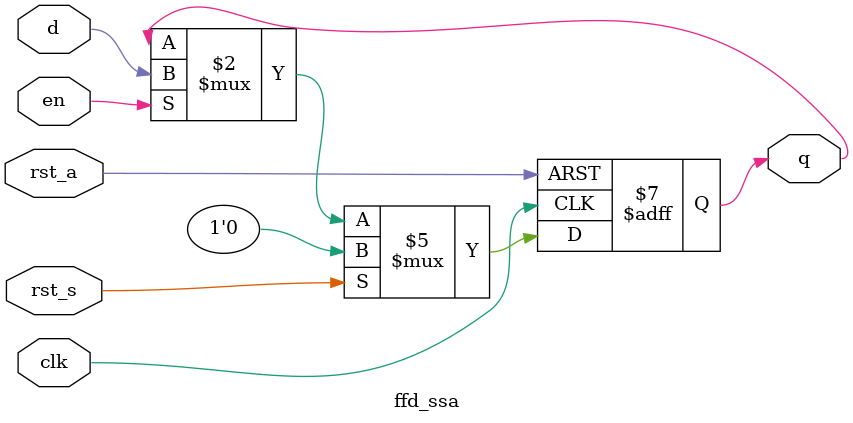
<source format=sv>


module ffd_ssa(rst_a, rst_s, clk, en, d, q);
input rst_a, rst_s, clk, en, d; 
output logic q; 

always @ (posedge clk, posedge rst_a)
if (rst_a) q <= 0;
else if (rst_s) q <= 0;
else if (en) q<= d;

endmodule

</source>
